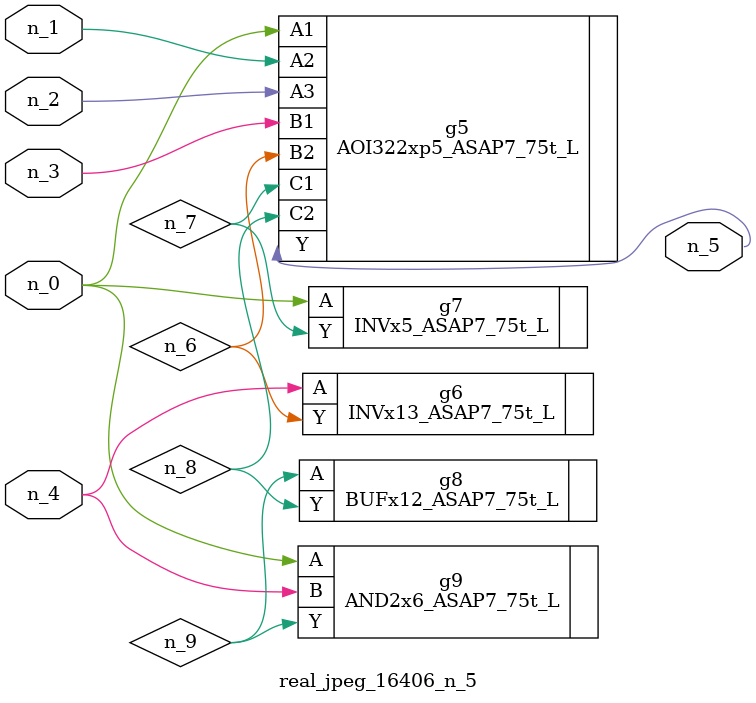
<source format=v>
module real_jpeg_16406_n_5 (n_4, n_0, n_1, n_2, n_3, n_5);

input n_4;
input n_0;
input n_1;
input n_2;
input n_3;

output n_5;

wire n_8;
wire n_6;
wire n_7;
wire n_9;

AOI322xp5_ASAP7_75t_L g5 ( 
.A1(n_0),
.A2(n_1),
.A3(n_2),
.B1(n_3),
.B2(n_6),
.C1(n_7),
.C2(n_8),
.Y(n_5)
);

INVx5_ASAP7_75t_L g7 ( 
.A(n_0),
.Y(n_7)
);

AND2x6_ASAP7_75t_L g9 ( 
.A(n_0),
.B(n_4),
.Y(n_9)
);

INVx13_ASAP7_75t_L g6 ( 
.A(n_4),
.Y(n_6)
);

BUFx12_ASAP7_75t_L g8 ( 
.A(n_9),
.Y(n_8)
);


endmodule
</source>
